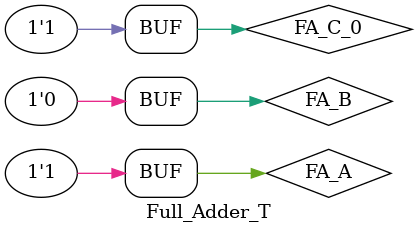
<source format=v>
`timescale 1ns / 1ps


module Full_Adder_T;

	// Inputs
	reg FA_A;
	reg FA_B;
	reg FA_C_0;

	// Outputs
	wire FA_F;
	wire FA_C_1;

	// Instantiate the Unit Under Test (UUT)
	FULL_ADDER uut (
		.FA_A(FA_A), 
		.FA_B(FA_B), 
		.FA_C_0(FA_C_0), 
		.FA_F(FA_F), 
		.FA_C_1(FA_C_1)
	);

	initial begin
		// Initialize Inputs
		FA_A = 0;
		FA_B = 0;
		FA_C_0 = 0;

		// Wait 100 ns for global reset to finish
		#100;
    
        
		// Add stimulus here
    FA_A = 1;
    FA_B = 0;
    FA_C_0 = 1;
    
    #100;
    FA_A = 1;
    FA_B = 0;
    FA_C_0 = 1;

	end
      
endmodule


</source>
